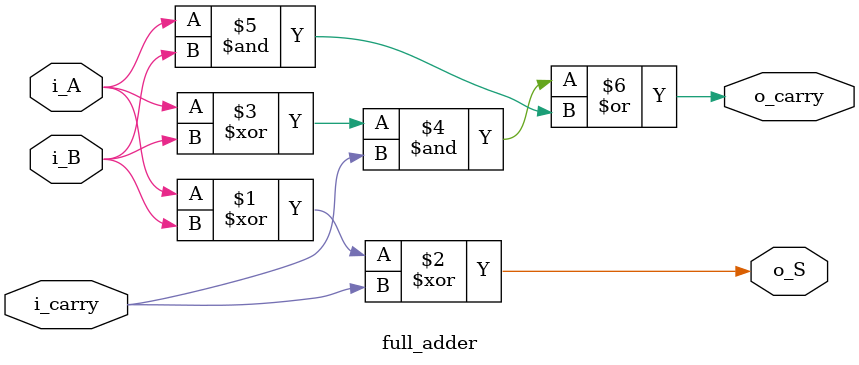
<source format=v>
module full_adder(
  input  wire i_A ,    // Input A
  input  wire i_B ,    // Input B
  input  wire i_carry, // Input carry
  output wire o_S,     // Output sum
  output wire o_carry  // Output carry
);

  assign o_S = (i_A ^ i_B) ^ i_carry;  // Compute the sum output
  assign o_carry = ((i_A ^ i_B) & i_carry) | (i_A & i_B);  // Compute the carry output

endmodule

</source>
